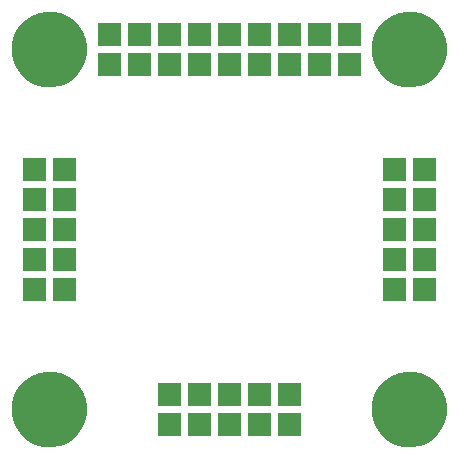
<source format=gbr>
G04 #@! TF.GenerationSoftware,KiCad,Pcbnew,(2017-02-05 revision 431abcf)-makepkg*
G04 #@! TF.CreationDate,2017-05-10T12:01:26+02:00*
G04 #@! TF.ProjectId,OZDUAL03B,4F5A4455414C3033422E6B696361645F,rev?*
G04 #@! TF.FileFunction,Soldermask,Top*
G04 #@! TF.FilePolarity,Negative*
%FSLAX46Y46*%
G04 Gerber Fmt 4.6, Leading zero omitted, Abs format (unit mm)*
G04 Created by KiCad (PCBNEW (2017-02-05 revision 431abcf)-makepkg) date 05/10/17 12:01:26*
%MOMM*%
%LPD*%
G01*
G04 APERTURE LIST*
%ADD10C,0.100000*%
G04 APERTURE END LIST*
D10*
G36*
X132416110Y-111942128D02*
X133030848Y-112068315D01*
X133609363Y-112311500D01*
X134129631Y-112662426D01*
X134571824Y-113107717D01*
X134919105Y-113630418D01*
X135158249Y-114210622D01*
X135280004Y-114825534D01*
X135280004Y-114825551D01*
X135280137Y-114826224D01*
X135270128Y-115543007D01*
X135269977Y-115543670D01*
X135269977Y-115543694D01*
X135131099Y-116154968D01*
X134875851Y-116728261D01*
X134514107Y-117241067D01*
X134059653Y-117673838D01*
X133529787Y-118010100D01*
X132944712Y-118237036D01*
X132326688Y-118346011D01*
X131699273Y-118332868D01*
X131086359Y-118198110D01*
X130511293Y-117946871D01*
X129995980Y-117588718D01*
X129560044Y-117137294D01*
X129220093Y-116609792D01*
X128989075Y-116026307D01*
X128875790Y-115409064D01*
X128884551Y-114781576D01*
X129015027Y-114167734D01*
X129262248Y-113590925D01*
X129616795Y-113073123D01*
X130065163Y-112634048D01*
X130590276Y-112290424D01*
X131172132Y-112055339D01*
X131788571Y-111937746D01*
X132416110Y-111942128D01*
X132416110Y-111942128D01*
G37*
G36*
X162896110Y-111942128D02*
X163510848Y-112068315D01*
X164089363Y-112311500D01*
X164609631Y-112662426D01*
X165051824Y-113107717D01*
X165399105Y-113630418D01*
X165638249Y-114210622D01*
X165760004Y-114825534D01*
X165760004Y-114825551D01*
X165760137Y-114826224D01*
X165750128Y-115543007D01*
X165749977Y-115543670D01*
X165749977Y-115543694D01*
X165611099Y-116154968D01*
X165355851Y-116728261D01*
X164994107Y-117241067D01*
X164539653Y-117673838D01*
X164009787Y-118010100D01*
X163424712Y-118237036D01*
X162806688Y-118346011D01*
X162179273Y-118332868D01*
X161566359Y-118198110D01*
X160991293Y-117946871D01*
X160475980Y-117588718D01*
X160040044Y-117137294D01*
X159700093Y-116609792D01*
X159469075Y-116026307D01*
X159355790Y-115409064D01*
X159364551Y-114781576D01*
X159495027Y-114167734D01*
X159742248Y-113590925D01*
X160096795Y-113073123D01*
X160545163Y-112634048D01*
X161070276Y-112290424D01*
X161652132Y-112055339D01*
X162268571Y-111937746D01*
X162896110Y-111942128D01*
X162896110Y-111942128D01*
G37*
G36*
X150822000Y-117372000D02*
X148898000Y-117372000D01*
X148898000Y-115448000D01*
X150822000Y-115448000D01*
X150822000Y-117372000D01*
X150822000Y-117372000D01*
G37*
G36*
X148282000Y-117372000D02*
X146358000Y-117372000D01*
X146358000Y-115448000D01*
X148282000Y-115448000D01*
X148282000Y-117372000D01*
X148282000Y-117372000D01*
G37*
G36*
X143202000Y-117372000D02*
X141278000Y-117372000D01*
X141278000Y-115448000D01*
X143202000Y-115448000D01*
X143202000Y-117372000D01*
X143202000Y-117372000D01*
G37*
G36*
X153362000Y-117372000D02*
X151438000Y-117372000D01*
X151438000Y-115448000D01*
X153362000Y-115448000D01*
X153362000Y-117372000D01*
X153362000Y-117372000D01*
G37*
G36*
X145742000Y-117372000D02*
X143818000Y-117372000D01*
X143818000Y-115448000D01*
X145742000Y-115448000D01*
X145742000Y-117372000D01*
X145742000Y-117372000D01*
G37*
G36*
X143202000Y-114832000D02*
X141278000Y-114832000D01*
X141278000Y-112908000D01*
X143202000Y-112908000D01*
X143202000Y-114832000D01*
X143202000Y-114832000D01*
G37*
G36*
X153362000Y-114832000D02*
X151438000Y-114832000D01*
X151438000Y-112908000D01*
X153362000Y-112908000D01*
X153362000Y-114832000D01*
X153362000Y-114832000D01*
G37*
G36*
X145742000Y-114832000D02*
X143818000Y-114832000D01*
X143818000Y-112908000D01*
X145742000Y-112908000D01*
X145742000Y-114832000D01*
X145742000Y-114832000D01*
G37*
G36*
X150822000Y-114832000D02*
X148898000Y-114832000D01*
X148898000Y-112908000D01*
X150822000Y-112908000D01*
X150822000Y-114832000D01*
X150822000Y-114832000D01*
G37*
G36*
X148282000Y-114832000D02*
X146358000Y-114832000D01*
X146358000Y-112908000D01*
X148282000Y-112908000D01*
X148282000Y-114832000D01*
X148282000Y-114832000D01*
G37*
G36*
X131772000Y-105942000D02*
X129848000Y-105942000D01*
X129848000Y-104018000D01*
X131772000Y-104018000D01*
X131772000Y-105942000D01*
X131772000Y-105942000D01*
G37*
G36*
X134312000Y-105942000D02*
X132388000Y-105942000D01*
X132388000Y-104018000D01*
X134312000Y-104018000D01*
X134312000Y-105942000D01*
X134312000Y-105942000D01*
G37*
G36*
X162252000Y-105942000D02*
X160328000Y-105942000D01*
X160328000Y-104018000D01*
X162252000Y-104018000D01*
X162252000Y-105942000D01*
X162252000Y-105942000D01*
G37*
G36*
X164792000Y-105942000D02*
X162868000Y-105942000D01*
X162868000Y-104018000D01*
X164792000Y-104018000D01*
X164792000Y-105942000D01*
X164792000Y-105942000D01*
G37*
G36*
X164792000Y-103402000D02*
X162868000Y-103402000D01*
X162868000Y-101478000D01*
X164792000Y-101478000D01*
X164792000Y-103402000D01*
X164792000Y-103402000D01*
G37*
G36*
X131772000Y-103402000D02*
X129848000Y-103402000D01*
X129848000Y-101478000D01*
X131772000Y-101478000D01*
X131772000Y-103402000D01*
X131772000Y-103402000D01*
G37*
G36*
X134312000Y-103402000D02*
X132388000Y-103402000D01*
X132388000Y-101478000D01*
X134312000Y-101478000D01*
X134312000Y-103402000D01*
X134312000Y-103402000D01*
G37*
G36*
X162252000Y-103402000D02*
X160328000Y-103402000D01*
X160328000Y-101478000D01*
X162252000Y-101478000D01*
X162252000Y-103402000D01*
X162252000Y-103402000D01*
G37*
G36*
X162252000Y-100862000D02*
X160328000Y-100862000D01*
X160328000Y-98938000D01*
X162252000Y-98938000D01*
X162252000Y-100862000D01*
X162252000Y-100862000D01*
G37*
G36*
X164792000Y-100862000D02*
X162868000Y-100862000D01*
X162868000Y-98938000D01*
X164792000Y-98938000D01*
X164792000Y-100862000D01*
X164792000Y-100862000D01*
G37*
G36*
X134312000Y-100862000D02*
X132388000Y-100862000D01*
X132388000Y-98938000D01*
X134312000Y-98938000D01*
X134312000Y-100862000D01*
X134312000Y-100862000D01*
G37*
G36*
X131772000Y-100862000D02*
X129848000Y-100862000D01*
X129848000Y-98938000D01*
X131772000Y-98938000D01*
X131772000Y-100862000D01*
X131772000Y-100862000D01*
G37*
G36*
X162252000Y-98322000D02*
X160328000Y-98322000D01*
X160328000Y-96398000D01*
X162252000Y-96398000D01*
X162252000Y-98322000D01*
X162252000Y-98322000D01*
G37*
G36*
X134312000Y-98322000D02*
X132388000Y-98322000D01*
X132388000Y-96398000D01*
X134312000Y-96398000D01*
X134312000Y-98322000D01*
X134312000Y-98322000D01*
G37*
G36*
X131772000Y-98322000D02*
X129848000Y-98322000D01*
X129848000Y-96398000D01*
X131772000Y-96398000D01*
X131772000Y-98322000D01*
X131772000Y-98322000D01*
G37*
G36*
X164792000Y-98322000D02*
X162868000Y-98322000D01*
X162868000Y-96398000D01*
X164792000Y-96398000D01*
X164792000Y-98322000D01*
X164792000Y-98322000D01*
G37*
G36*
X134312000Y-95782000D02*
X132388000Y-95782000D01*
X132388000Y-93858000D01*
X134312000Y-93858000D01*
X134312000Y-95782000D01*
X134312000Y-95782000D01*
G37*
G36*
X131772000Y-95782000D02*
X129848000Y-95782000D01*
X129848000Y-93858000D01*
X131772000Y-93858000D01*
X131772000Y-95782000D01*
X131772000Y-95782000D01*
G37*
G36*
X164792000Y-95782000D02*
X162868000Y-95782000D01*
X162868000Y-93858000D01*
X164792000Y-93858000D01*
X164792000Y-95782000D01*
X164792000Y-95782000D01*
G37*
G36*
X162252000Y-95782000D02*
X160328000Y-95782000D01*
X160328000Y-93858000D01*
X162252000Y-93858000D01*
X162252000Y-95782000D01*
X162252000Y-95782000D01*
G37*
G36*
X132416110Y-81462128D02*
X133030848Y-81588315D01*
X133609363Y-81831500D01*
X134129631Y-82182426D01*
X134571824Y-82627717D01*
X134919105Y-83150418D01*
X135158249Y-83730622D01*
X135280004Y-84345534D01*
X135280004Y-84345551D01*
X135280137Y-84346224D01*
X135270128Y-85063007D01*
X135269977Y-85063670D01*
X135269977Y-85063694D01*
X135131099Y-85674968D01*
X134875851Y-86248261D01*
X134514107Y-86761067D01*
X134059653Y-87193838D01*
X133529787Y-87530100D01*
X132944712Y-87757036D01*
X132326688Y-87866011D01*
X131699273Y-87852868D01*
X131086359Y-87718110D01*
X130511293Y-87466871D01*
X129995980Y-87108718D01*
X129560044Y-86657294D01*
X129220093Y-86129792D01*
X128989075Y-85546307D01*
X128875790Y-84929064D01*
X128884551Y-84301576D01*
X129015027Y-83687734D01*
X129262248Y-83110925D01*
X129616795Y-82593123D01*
X130065163Y-82154048D01*
X130590276Y-81810424D01*
X131172132Y-81575339D01*
X131788571Y-81457746D01*
X132416110Y-81462128D01*
X132416110Y-81462128D01*
G37*
G36*
X162896110Y-81462128D02*
X163510848Y-81588315D01*
X164089363Y-81831500D01*
X164609631Y-82182426D01*
X165051824Y-82627717D01*
X165399105Y-83150418D01*
X165638249Y-83730622D01*
X165760004Y-84345534D01*
X165760004Y-84345551D01*
X165760137Y-84346224D01*
X165750128Y-85063007D01*
X165749977Y-85063670D01*
X165749977Y-85063694D01*
X165611099Y-85674968D01*
X165355851Y-86248261D01*
X164994107Y-86761067D01*
X164539653Y-87193838D01*
X164009787Y-87530100D01*
X163424712Y-87757036D01*
X162806688Y-87866011D01*
X162179273Y-87852868D01*
X161566359Y-87718110D01*
X160991293Y-87466871D01*
X160475980Y-87108718D01*
X160040044Y-86657294D01*
X159700093Y-86129792D01*
X159469075Y-85546307D01*
X159355790Y-84929064D01*
X159364551Y-84301576D01*
X159495027Y-83687734D01*
X159742248Y-83110925D01*
X160096795Y-82593123D01*
X160545163Y-82154048D01*
X161070276Y-81810424D01*
X161652132Y-81575339D01*
X162268571Y-81457746D01*
X162896110Y-81462128D01*
X162896110Y-81462128D01*
G37*
G36*
X143202000Y-86892000D02*
X141278000Y-86892000D01*
X141278000Y-84968000D01*
X143202000Y-84968000D01*
X143202000Y-86892000D01*
X143202000Y-86892000D01*
G37*
G36*
X148282000Y-86892000D02*
X146358000Y-86892000D01*
X146358000Y-84968000D01*
X148282000Y-84968000D01*
X148282000Y-86892000D01*
X148282000Y-86892000D01*
G37*
G36*
X138122000Y-86892000D02*
X136198000Y-86892000D01*
X136198000Y-84968000D01*
X138122000Y-84968000D01*
X138122000Y-86892000D01*
X138122000Y-86892000D01*
G37*
G36*
X140662000Y-86892000D02*
X138738000Y-86892000D01*
X138738000Y-84968000D01*
X140662000Y-84968000D01*
X140662000Y-86892000D01*
X140662000Y-86892000D01*
G37*
G36*
X145742000Y-86892000D02*
X143818000Y-86892000D01*
X143818000Y-84968000D01*
X145742000Y-84968000D01*
X145742000Y-86892000D01*
X145742000Y-86892000D01*
G37*
G36*
X158442000Y-86892000D02*
X156518000Y-86892000D01*
X156518000Y-84968000D01*
X158442000Y-84968000D01*
X158442000Y-86892000D01*
X158442000Y-86892000D01*
G37*
G36*
X155902000Y-86892000D02*
X153978000Y-86892000D01*
X153978000Y-84968000D01*
X155902000Y-84968000D01*
X155902000Y-86892000D01*
X155902000Y-86892000D01*
G37*
G36*
X153362000Y-86892000D02*
X151438000Y-86892000D01*
X151438000Y-84968000D01*
X153362000Y-84968000D01*
X153362000Y-86892000D01*
X153362000Y-86892000D01*
G37*
G36*
X150822000Y-86892000D02*
X148898000Y-86892000D01*
X148898000Y-84968000D01*
X150822000Y-84968000D01*
X150822000Y-86892000D01*
X150822000Y-86892000D01*
G37*
G36*
X138122000Y-84352000D02*
X136198000Y-84352000D01*
X136198000Y-82428000D01*
X138122000Y-82428000D01*
X138122000Y-84352000D01*
X138122000Y-84352000D01*
G37*
G36*
X150822000Y-84352000D02*
X148898000Y-84352000D01*
X148898000Y-82428000D01*
X150822000Y-82428000D01*
X150822000Y-84352000D01*
X150822000Y-84352000D01*
G37*
G36*
X140662000Y-84352000D02*
X138738000Y-84352000D01*
X138738000Y-82428000D01*
X140662000Y-82428000D01*
X140662000Y-84352000D01*
X140662000Y-84352000D01*
G37*
G36*
X143202000Y-84352000D02*
X141278000Y-84352000D01*
X141278000Y-82428000D01*
X143202000Y-82428000D01*
X143202000Y-84352000D01*
X143202000Y-84352000D01*
G37*
G36*
X145742000Y-84352000D02*
X143818000Y-84352000D01*
X143818000Y-82428000D01*
X145742000Y-82428000D01*
X145742000Y-84352000D01*
X145742000Y-84352000D01*
G37*
G36*
X148282000Y-84352000D02*
X146358000Y-84352000D01*
X146358000Y-82428000D01*
X148282000Y-82428000D01*
X148282000Y-84352000D01*
X148282000Y-84352000D01*
G37*
G36*
X153362000Y-84352000D02*
X151438000Y-84352000D01*
X151438000Y-82428000D01*
X153362000Y-82428000D01*
X153362000Y-84352000D01*
X153362000Y-84352000D01*
G37*
G36*
X155902000Y-84352000D02*
X153978000Y-84352000D01*
X153978000Y-82428000D01*
X155902000Y-82428000D01*
X155902000Y-84352000D01*
X155902000Y-84352000D01*
G37*
G36*
X158442000Y-84352000D02*
X156518000Y-84352000D01*
X156518000Y-82428000D01*
X158442000Y-82428000D01*
X158442000Y-84352000D01*
X158442000Y-84352000D01*
G37*
M02*

</source>
